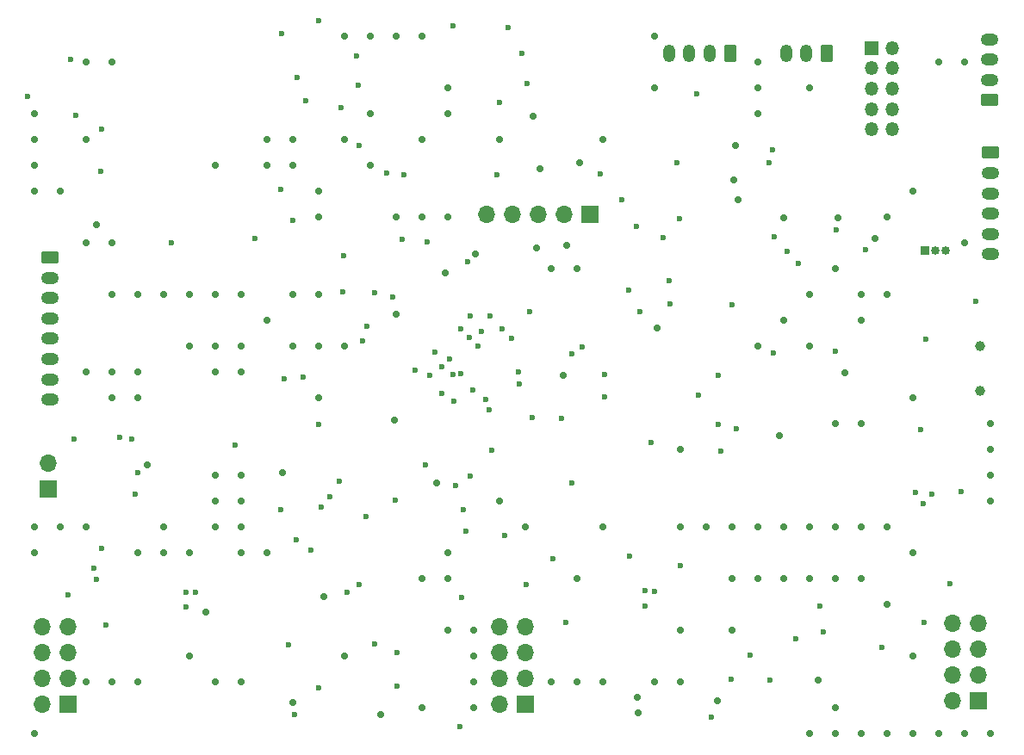
<source format=gbs>
G04 #@! TF.GenerationSoftware,KiCad,Pcbnew,8.0.1*
G04 #@! TF.CreationDate,2024-05-07T00:12:20+05:00*
G04 #@! TF.ProjectId,MyVesc,4d795665-7363-42e6-9b69-6361645f7063,rev?*
G04 #@! TF.SameCoordinates,Original*
G04 #@! TF.FileFunction,Soldermask,Bot*
G04 #@! TF.FilePolarity,Negative*
%FSLAX46Y46*%
G04 Gerber Fmt 4.6, Leading zero omitted, Abs format (unit mm)*
G04 Created by KiCad (PCBNEW 8.0.1) date 2024-05-07 00:12:20*
%MOMM*%
%LPD*%
G01*
G04 APERTURE LIST*
G04 Aperture macros list*
%AMRoundRect*
0 Rectangle with rounded corners*
0 $1 Rounding radius*
0 $2 $3 $4 $5 $6 $7 $8 $9 X,Y pos of 4 corners*
0 Add a 4 corners polygon primitive as box body*
4,1,4,$2,$3,$4,$5,$6,$7,$8,$9,$2,$3,0*
0 Add four circle primitives for the rounded corners*
1,1,$1+$1,$2,$3*
1,1,$1+$1,$4,$5*
1,1,$1+$1,$6,$7*
1,1,$1+$1,$8,$9*
0 Add four rect primitives between the rounded corners*
20,1,$1+$1,$2,$3,$4,$5,0*
20,1,$1+$1,$4,$5,$6,$7,0*
20,1,$1+$1,$6,$7,$8,$9,0*
20,1,$1+$1,$8,$9,$2,$3,0*%
G04 Aperture macros list end*
%ADD10C,1.000000*%
%ADD11R,1.700000X1.700000*%
%ADD12O,1.700000X1.700000*%
%ADD13RoundRect,0.250000X-0.625000X0.350000X-0.625000X-0.350000X0.625000X-0.350000X0.625000X0.350000X0*%
%ADD14O,1.750000X1.200000*%
%ADD15RoundRect,0.250000X0.350000X0.625000X-0.350000X0.625000X-0.350000X-0.625000X0.350000X-0.625000X0*%
%ADD16O,1.200000X1.750000*%
%ADD17R,1.350000X1.350000*%
%ADD18O,1.350000X1.350000*%
%ADD19RoundRect,0.250000X0.625000X-0.350000X0.625000X0.350000X-0.625000X0.350000X-0.625000X-0.350000X0*%
%ADD20R,0.850000X0.850000*%
%ADD21O,0.850000X0.850000*%
%ADD22C,0.600000*%
%ADD23C,0.700000*%
G04 APERTURE END LIST*
D10*
X297450000Y-120850000D03*
X297450000Y-116450000D03*
D11*
X259140000Y-103450000D03*
D12*
X256600000Y-103450000D03*
X254060000Y-103450000D03*
X251520000Y-103450000D03*
X248980000Y-103450000D03*
D13*
X206000000Y-107700000D03*
D14*
X206000000Y-109700000D03*
X206000000Y-111700000D03*
X206000000Y-113700000D03*
X206000000Y-115700000D03*
X206000000Y-117700000D03*
X206000000Y-119700000D03*
X206000000Y-121700000D03*
D13*
X298500000Y-97400000D03*
D14*
X298500000Y-99400000D03*
X298500000Y-101400000D03*
X298500000Y-103400000D03*
X298500000Y-105400000D03*
X298500000Y-107400000D03*
D15*
X272895000Y-87650000D03*
D16*
X270895000Y-87650000D03*
X268895000Y-87650000D03*
X266895000Y-87650000D03*
D17*
X286825000Y-87099999D03*
D18*
X288825001Y-87099999D03*
X286825000Y-89100000D03*
X288825000Y-89099999D03*
X286825000Y-91099999D03*
X288825000Y-91100000D03*
X286825000Y-93099999D03*
X288825000Y-93099999D03*
X286825000Y-95099999D03*
X288825000Y-95099999D03*
D19*
X298450000Y-92250000D03*
D14*
X298450000Y-90249999D03*
X298450000Y-88250000D03*
X298450000Y-86250000D03*
D15*
X282400000Y-87650000D03*
D16*
X280400000Y-87650000D03*
X278400000Y-87650000D03*
D11*
X205850000Y-130440000D03*
D12*
X205850000Y-127900000D03*
D20*
X292100000Y-107000000D03*
D21*
X293100000Y-107000000D03*
X294100000Y-107000000D03*
D11*
X297310419Y-151280000D03*
D12*
X294770419Y-151280000D03*
X297310419Y-148740000D03*
X294770419Y-148740000D03*
X297310419Y-146200000D03*
X294770419Y-146200000D03*
X297310419Y-143660000D03*
X294770419Y-143660000D03*
D11*
X252800419Y-151630000D03*
D12*
X250260419Y-151630000D03*
X252800419Y-149090000D03*
X250260419Y-149090000D03*
X252800419Y-146550000D03*
X250260419Y-146550000D03*
X252800419Y-144010000D03*
X250260419Y-144010000D03*
D11*
X207850419Y-151630000D03*
D12*
X205310419Y-151630000D03*
X207850419Y-149090000D03*
X205310419Y-149090000D03*
X207850419Y-146550000D03*
X205310419Y-146550000D03*
X207850419Y-144010000D03*
X205310419Y-144010000D03*
D22*
X253200000Y-113000000D03*
X262900000Y-110900000D03*
X252885419Y-139915000D03*
X292150000Y-115750000D03*
D23*
X212135000Y-111340000D03*
X222295000Y-134200000D03*
X212135000Y-149440000D03*
X280715000Y-154520000D03*
X219755000Y-146900000D03*
X285795000Y-124040000D03*
D22*
X217950000Y-106300000D03*
X219375419Y-142090000D03*
D23*
X290875000Y-146900000D03*
X234995000Y-146900000D03*
X242615000Y-139280000D03*
X247695000Y-146900000D03*
X222295000Y-98640000D03*
D22*
X240200000Y-149900000D03*
D23*
X222295000Y-111340000D03*
X273095000Y-139280000D03*
X298495000Y-131660000D03*
X283255000Y-151980000D03*
X229915000Y-98640000D03*
X290875000Y-121500000D03*
X293415000Y-154520000D03*
D22*
X211050000Y-99200000D03*
D23*
X214675000Y-111340000D03*
X209595000Y-106260000D03*
D22*
X242975986Y-128075232D03*
D23*
X204515000Y-101180000D03*
X252775000Y-134200000D03*
X245155000Y-91020000D03*
X290875000Y-154520000D03*
D22*
X232692501Y-132257500D03*
D23*
X232455000Y-101180000D03*
D22*
X207800419Y-140890000D03*
D23*
X260395000Y-149440000D03*
X275635000Y-93560000D03*
D22*
X267950000Y-103900000D03*
D23*
X219755000Y-136740000D03*
D22*
X211150000Y-95100000D03*
D23*
X293415000Y-88480000D03*
X280715000Y-116420000D03*
X257855000Y-108800000D03*
X245155000Y-139280000D03*
X273095000Y-144360000D03*
X204515000Y-93560000D03*
X229915000Y-96100000D03*
X288335000Y-111340000D03*
X288335000Y-141820000D03*
X245155000Y-93560000D03*
D22*
X273012500Y-149187500D03*
D23*
X217215000Y-136740000D03*
X214675000Y-149440000D03*
D22*
X234650000Y-92975000D03*
D23*
X273095000Y-134200000D03*
D22*
X287800000Y-146050000D03*
D23*
X237535000Y-85940000D03*
X219755000Y-116420000D03*
X253550000Y-93800000D03*
X275635000Y-91020000D03*
X242615000Y-96100000D03*
X209595000Y-88480000D03*
X285795000Y-154520000D03*
X275635000Y-134200000D03*
X224835000Y-149440000D03*
X280715000Y-91020000D03*
X232455000Y-116420000D03*
D22*
X292000000Y-143600000D03*
X279635448Y-108310136D03*
D23*
X268015000Y-134200000D03*
X237535000Y-98640000D03*
X224835000Y-136740000D03*
X288335000Y-154520000D03*
D22*
X234784072Y-111048635D03*
X252950000Y-90600000D03*
D23*
X209595000Y-134200000D03*
X209595000Y-118960000D03*
X209595000Y-96100000D03*
D22*
X228850000Y-85700000D03*
X238000000Y-111200000D03*
D23*
X295955000Y-154520000D03*
D22*
X243925000Y-117025000D03*
D23*
X224835000Y-131660000D03*
X214675000Y-121500000D03*
X227375000Y-98640000D03*
X222295000Y-116420000D03*
X204515000Y-98640000D03*
X260395000Y-134200000D03*
X234995000Y-116420000D03*
X268015000Y-126580000D03*
D22*
X226150000Y-105800000D03*
X292750000Y-130950000D03*
D23*
X224835000Y-134200000D03*
X212135000Y-118960000D03*
X238550000Y-152650000D03*
X214675000Y-136740000D03*
D22*
X249275000Y-113425000D03*
X247100000Y-108100000D03*
X250750000Y-135050000D03*
D23*
X283255000Y-154520000D03*
D22*
X291600000Y-124600000D03*
X232493425Y-124154028D03*
X277213608Y-105640808D03*
D23*
X283255000Y-134200000D03*
X232455000Y-111340000D03*
D22*
X208550000Y-93700000D03*
X260550001Y-119225002D03*
D23*
X247695000Y-151980000D03*
X212135000Y-121500000D03*
X204515000Y-136740000D03*
D22*
X252450000Y-87600000D03*
D23*
X265475000Y-85940000D03*
X245155000Y-103720000D03*
X227375000Y-96100000D03*
X245155000Y-144360000D03*
X283255000Y-139280000D03*
X240075000Y-103720000D03*
D22*
X237200000Y-114450000D03*
D23*
X217215000Y-111340000D03*
X240075000Y-85940000D03*
X224835000Y-116420000D03*
X242615000Y-103720000D03*
D22*
X228692500Y-132507498D03*
D23*
X295955000Y-88480000D03*
X278175000Y-139280000D03*
X283255000Y-108800000D03*
X275635000Y-139280000D03*
X237535000Y-93560000D03*
X222295000Y-131660000D03*
D22*
X210360419Y-138290000D03*
D23*
X265475000Y-91020000D03*
X298495000Y-124040000D03*
D22*
X269645000Y-91625000D03*
D23*
X255315000Y-108800000D03*
X204515000Y-134200000D03*
X288335000Y-103720000D03*
X207055000Y-101180000D03*
D22*
X264510419Y-141990000D03*
X271062500Y-152937500D03*
D23*
X247695000Y-149440000D03*
X260395000Y-96100000D03*
X285795000Y-113880000D03*
X217215000Y-134200000D03*
X295955000Y-106260000D03*
X257855000Y-139280000D03*
X232455000Y-121500000D03*
X298495000Y-126580000D03*
D22*
X243150000Y-106150000D03*
X214450000Y-131000000D03*
D23*
X275635000Y-88480000D03*
D22*
X231692501Y-136507499D03*
D23*
X257855000Y-149440000D03*
X288335000Y-134200000D03*
D22*
X240650000Y-105900000D03*
D23*
X270555000Y-134200000D03*
X268015000Y-149440000D03*
X204515000Y-154520000D03*
X229915000Y-116420000D03*
D22*
X267645000Y-98375000D03*
D23*
X275635000Y-116420000D03*
X242615000Y-85940000D03*
X280715000Y-139280000D03*
X204515000Y-96100000D03*
D22*
X232425000Y-150010000D03*
X236150000Y-87900000D03*
D23*
X234995000Y-96100000D03*
D22*
X228750000Y-101000000D03*
D23*
X247695000Y-144360000D03*
X212135000Y-106260000D03*
D22*
X234900000Y-107500000D03*
D23*
X285795000Y-139280000D03*
X207055000Y-134200000D03*
X227375000Y-113880000D03*
X222295000Y-129120000D03*
X250235000Y-131660000D03*
X255315000Y-149440000D03*
X265475000Y-149440000D03*
X232455000Y-103720000D03*
X278175000Y-134200000D03*
X242615000Y-151980000D03*
X280715000Y-134200000D03*
D22*
X278473141Y-107068280D03*
X236450000Y-96700000D03*
X250518037Y-114750000D03*
D23*
X224835000Y-118960000D03*
D22*
X282100000Y-144500000D03*
X260550000Y-121425001D03*
X230350000Y-90000000D03*
D23*
X224835000Y-129120000D03*
X219755000Y-111340000D03*
X222295000Y-118960000D03*
D22*
X245650000Y-84900000D03*
D23*
X298495000Y-129120000D03*
X254175000Y-98975000D03*
X268015000Y-144360000D03*
D22*
X241915329Y-118812130D03*
D23*
X250235000Y-96100000D03*
X285795000Y-111340000D03*
D22*
X230075000Y-152700000D03*
X250225000Y-92500000D03*
D23*
X290875000Y-136740000D03*
X278175000Y-113880000D03*
X214675000Y-118960000D03*
X245155000Y-136740000D03*
D22*
X236350000Y-90800000D03*
D23*
X209595000Y-149440000D03*
X229915000Y-111340000D03*
D22*
X247360050Y-129206603D03*
D23*
X285795000Y-134200000D03*
X224835000Y-111340000D03*
X234995000Y-85940000D03*
X298495000Y-154520000D03*
D22*
X239150000Y-99400000D03*
D23*
X290875000Y-101180000D03*
X283255000Y-124040000D03*
D22*
X230282501Y-135507500D03*
X274900000Y-146850000D03*
D23*
X212135000Y-88480000D03*
X227375000Y-136740000D03*
X280715000Y-111340000D03*
X222295000Y-149440000D03*
D22*
X286250000Y-106950000D03*
X262275000Y-102050000D03*
X263725000Y-104650000D03*
X283325000Y-105000000D03*
X232450000Y-84400000D03*
X260125000Y-99525000D03*
X266325000Y-105725000D03*
X240850000Y-99600000D03*
X250000000Y-99575000D03*
X297075000Y-112000000D03*
D23*
X278150000Y-103850000D03*
X240050000Y-113300000D03*
X281600000Y-149250000D03*
X273275000Y-100050000D03*
X232975000Y-141025000D03*
X247900000Y-107375000D03*
X265725000Y-114650000D03*
X253900000Y-106750000D03*
X221325000Y-142600000D03*
X239875000Y-123725000D03*
X256475000Y-119275000D03*
X229914581Y-151435000D03*
X244050000Y-129850000D03*
X273675000Y-102000000D03*
X256800000Y-106475000D03*
X271677081Y-151322500D03*
X287150000Y-105850000D03*
X228867501Y-128900000D03*
X283525000Y-103850000D03*
D22*
X251050000Y-85100000D03*
D23*
X244900000Y-109225000D03*
X215625000Y-128100000D03*
X273400000Y-96700000D03*
X258150000Y-98400000D03*
D22*
X239700000Y-111600000D03*
X229950000Y-104100000D03*
X208050000Y-88200000D03*
X246500000Y-141150000D03*
X210575000Y-139350000D03*
X238000000Y-145750000D03*
X255500000Y-137300000D03*
X263050000Y-137100000D03*
X231150000Y-92300000D03*
X203825000Y-91850000D03*
X244551904Y-118478858D03*
X211100000Y-136327500D03*
X246900000Y-134650000D03*
X245634620Y-119234620D03*
X236800000Y-115885787D03*
X272000000Y-126750000D03*
D23*
X210600000Y-104500000D03*
D22*
X246400000Y-114750000D03*
X229500000Y-145800000D03*
X247250000Y-115600000D03*
X276852081Y-149297500D03*
X248150000Y-116400000D03*
X281700000Y-142000000D03*
X235250000Y-140650000D03*
X240150000Y-146600000D03*
X246300000Y-153850000D03*
X279350000Y-145250000D03*
X236400000Y-139900000D03*
D23*
X284200000Y-119075000D03*
X277775000Y-125200000D03*
D22*
X271750000Y-124150000D03*
X277200000Y-117100000D03*
X273500000Y-124525000D03*
X283250000Y-116900000D03*
X214100000Y-125600000D03*
X243350000Y-119300000D03*
X246450000Y-119100000D03*
X230900000Y-119462130D03*
X247625000Y-120700000D03*
X208450000Y-125550000D03*
X212900000Y-125400000D03*
X244600000Y-121075000D03*
X245725000Y-121825000D03*
X229100000Y-119600000D03*
X224200000Y-126200000D03*
X211560419Y-143840000D03*
X256760419Y-143640000D03*
X294500000Y-139750000D03*
X219410419Y-140640000D03*
X220360419Y-140640000D03*
X265510419Y-140590000D03*
X264560419Y-140490000D03*
X291100000Y-130850000D03*
X291850000Y-131950000D03*
X265125000Y-125925000D03*
X249475000Y-126650000D03*
X257356131Y-129868869D03*
X271775000Y-119275000D03*
X269775000Y-121275000D03*
X252150000Y-120175000D03*
X245875000Y-130100000D03*
X248850000Y-121700000D03*
X240025000Y-131575000D03*
X233528222Y-131257498D03*
X257325000Y-117200000D03*
X267000000Y-112250000D03*
X264050000Y-113000000D03*
X234467503Y-129757500D03*
X237150000Y-133175000D03*
X276750000Y-98350000D03*
X277050000Y-97100000D03*
X247350000Y-113450000D03*
X248450000Y-115000000D03*
X252100000Y-119000000D03*
X266950000Y-110000000D03*
X273075000Y-112325000D03*
X258325000Y-116550000D03*
X251400000Y-115630760D03*
X214700000Y-128900000D03*
X245340381Y-117690381D03*
X246700000Y-132500000D03*
X249200000Y-122700000D03*
X256300000Y-123550000D03*
X295650000Y-130750000D03*
X268000000Y-138000000D03*
X253450000Y-123450000D03*
D23*
X263850000Y-152450000D03*
X263750000Y-150975000D03*
M02*

</source>
